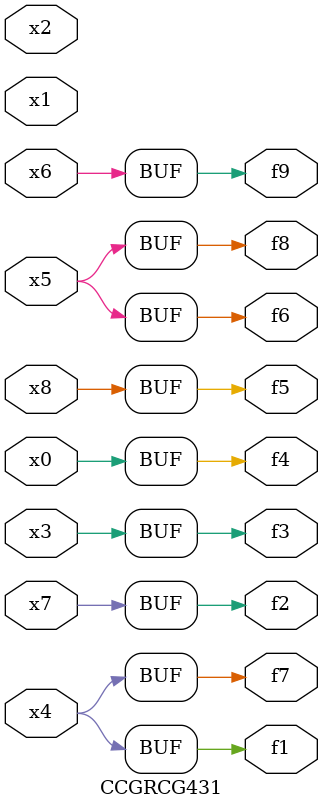
<source format=v>
module CCGRCG431(
	input x0, x1, x2, x3, x4, x5, x6, x7, x8,
	output f1, f2, f3, f4, f5, f6, f7, f8, f9
);
	assign f1 = x4;
	assign f2 = x7;
	assign f3 = x3;
	assign f4 = x0;
	assign f5 = x8;
	assign f6 = x5;
	assign f7 = x4;
	assign f8 = x5;
	assign f9 = x6;
endmodule

</source>
